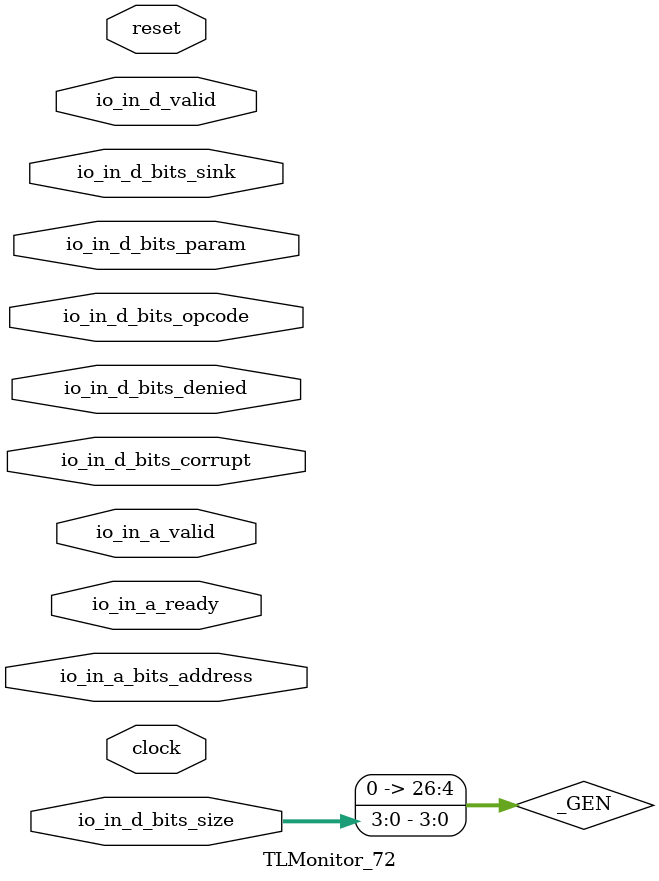
<source format=sv>
`ifndef RANDOMIZE
  `ifdef RANDOMIZE_REG_INIT
    `define RANDOMIZE
  `endif // RANDOMIZE_REG_INIT
`endif // not def RANDOMIZE
`ifndef RANDOMIZE
  `ifdef RANDOMIZE_MEM_INIT
    `define RANDOMIZE
  `endif // RANDOMIZE_MEM_INIT
`endif // not def RANDOMIZE

`ifndef RANDOM
  `define RANDOM $random
`endif // not def RANDOM

// Users can define 'PRINTF_COND' to add an extra gate to prints.
`ifndef PRINTF_COND_
  `ifdef PRINTF_COND
    `define PRINTF_COND_ (`PRINTF_COND)
  `else  // PRINTF_COND
    `define PRINTF_COND_ 1
  `endif // PRINTF_COND
`endif // not def PRINTF_COND_

// Users can define 'ASSERT_VERBOSE_COND' to add an extra gate to assert error printing.
`ifndef ASSERT_VERBOSE_COND_
  `ifdef ASSERT_VERBOSE_COND
    `define ASSERT_VERBOSE_COND_ (`ASSERT_VERBOSE_COND)
  `else  // ASSERT_VERBOSE_COND
    `define ASSERT_VERBOSE_COND_ 1
  `endif // ASSERT_VERBOSE_COND
`endif // not def ASSERT_VERBOSE_COND_

// Users can define 'STOP_COND' to add an extra gate to stop conditions.
`ifndef STOP_COND_
  `ifdef STOP_COND
    `define STOP_COND_ (`STOP_COND)
  `else  // STOP_COND
    `define STOP_COND_ 1
  `endif // STOP_COND
`endif // not def STOP_COND_

// Users can define INIT_RANDOM as general code that gets injected into the
// initializer block for modules with registers.
`ifndef INIT_RANDOM
  `define INIT_RANDOM
`endif // not def INIT_RANDOM

// If using random initialization, you can also define RANDOMIZE_DELAY to
// customize the delay used, otherwise 0.002 is used.
`ifndef RANDOMIZE_DELAY
  `define RANDOMIZE_DELAY 0.002
`endif // not def RANDOMIZE_DELAY

// Define INIT_RANDOM_PROLOG_ for use in our modules below.
`ifndef INIT_RANDOM_PROLOG_
  `ifdef RANDOMIZE
    `ifdef VERILATOR
      `define INIT_RANDOM_PROLOG_ `INIT_RANDOM
    `else  // VERILATOR
      `define INIT_RANDOM_PROLOG_ `INIT_RANDOM #`RANDOMIZE_DELAY begin end
    `endif // VERILATOR
  `else  // RANDOMIZE
    `define INIT_RANDOM_PROLOG_
  `endif // RANDOMIZE
`endif // not def INIT_RANDOM_PROLOG_

module TLMonitor_72(
  input        clock,
               reset,
               io_in_a_ready,
               io_in_a_valid,
  input [34:0] io_in_a_bits_address,
  input        io_in_d_valid,
  input [2:0]  io_in_d_bits_opcode,
  input [1:0]  io_in_d_bits_param,
  input [3:0]  io_in_d_bits_size,
  input [4:0]  io_in_d_bits_sink,
  input        io_in_d_bits_denied,
               io_in_d_bits_corrupt
);

  wire [31:0] _plusarg_reader_1_out;	// @[PlusArg.scala:80:11]
  wire [31:0] _plusarg_reader_out;	// @[PlusArg.scala:80:11]
  wire        a_set = io_in_a_ready & io_in_a_valid;	// @[Decoupled.scala:51:35]
  reg  [8:0]  d_first_counter;	// @[Edges.scala:228:27]
  reg  [2:0]  opcode_1;	// @[Monitor.scala:535:22]
  reg  [1:0]  param_1;	// @[Monitor.scala:536:22]
  reg  [3:0]  size_1;	// @[Monitor.scala:537:22]
  reg         source_1;	// @[Monitor.scala:538:22]
  reg  [4:0]  sink;	// @[Monitor.scala:539:22]
  reg         denied;	// @[Monitor.scala:540:22]
  reg         inflight;	// @[Monitor.scala:611:27]
  reg  [3:0]  inflight_opcodes;	// @[Monitor.scala:613:35]
  reg  [7:0]  inflight_sizes;	// @[Monitor.scala:615:33]
  reg  [8:0]  d_first_counter_1;	// @[Edges.scala:228:27]
  wire        d_first_1 = d_first_counter_1 == 9'h0;	// @[Edges.scala:228:27, :230:25]
  wire        d_release_ack = io_in_d_bits_opcode == 3'h6;	// @[Monitor.scala:81:25, :670:46]
  reg  [31:0] watchdog;	// @[Monitor.scala:706:27]
  reg  [8:0]  d_first_counter_2;	// @[Edges.scala:228:27]
  wire        d_first_2 = d_first_counter_2 == 9'h0;	// @[Edges.scala:228:27, :230:25]
  wire [26:0] _GEN = {23'h0, io_in_d_bits_size};	// @[package.scala:235:71]
  wire [26:0] _d_first_beats1_decode_T_1 = 27'hFFF << _GEN;	// @[package.scala:235:71]
  wire [26:0] _d_first_beats1_decode_T_5 = 27'hFFF << _GEN;	// @[package.scala:235:71]
  wire [26:0] _d_first_beats1_decode_T_9 = 27'hFFF << _GEN;	// @[package.scala:235:71]
  wire        d_clr = io_in_d_valid & d_first_1 & ~d_release_ack;	// @[Edges.scala:230:25, Monitor.scala:670:46, :671:74, :675:72]
  wire        _T_1373 = io_in_d_valid & ~(|d_first_counter);	// @[Edges.scala:228:27, :230:25, Monitor.scala:549:20]
  always @(posedge clock) begin
    if (reset) begin
      d_first_counter <= 9'h0;	// @[Edges.scala:228:27]
      inflight <= 1'h0;	// @[Monitor.scala:611:27]
      inflight_opcodes <= 4'h0;	// @[Misc.scala:205:21, Monitor.scala:613:35, :657:77]
      inflight_sizes <= 8'h0;	// @[Monitor.scala:615:33, :745:35]
      d_first_counter_1 <= 9'h0;	// @[Edges.scala:228:27]
      watchdog <= 32'h0;	// @[Monitor.scala:706:27]
      d_first_counter_2 <= 9'h0;	// @[Edges.scala:228:27]
    end
    else begin
      if (io_in_d_valid) begin
        if (|d_first_counter)	// @[Edges.scala:228:27, :230:25]
          d_first_counter <= d_first_counter - 9'h1;	// @[Edges.scala:228:27, :229:28]
        else if (io_in_d_bits_opcode[0])	// @[Edges.scala:105:36]
          d_first_counter <= ~(_d_first_beats1_decode_T_1[11:3]);	// @[Edges.scala:228:27, package.scala:235:{46,71,76}]
        else	// @[Edges.scala:105:36]
          d_first_counter <= 9'h0;	// @[Edges.scala:228:27]
        if (d_first_1) begin	// @[Edges.scala:230:25]
          if (io_in_d_bits_opcode[0])	// @[Edges.scala:105:36]
            d_first_counter_1 <= ~(_d_first_beats1_decode_T_5[11:3]);	// @[Edges.scala:228:27, package.scala:235:{46,71,76}]
          else	// @[Edges.scala:105:36]
            d_first_counter_1 <= 9'h0;	// @[Edges.scala:228:27]
        end
        else	// @[Edges.scala:230:25]
          d_first_counter_1 <= d_first_counter_1 - 9'h1;	// @[Edges.scala:228:27, :229:28]
        if (d_first_2) begin	// @[Edges.scala:230:25]
          if (io_in_d_bits_opcode[0])	// @[Edges.scala:105:36]
            d_first_counter_2 <= ~(_d_first_beats1_decode_T_9[11:3]);	// @[Edges.scala:228:27, package.scala:235:{46,71,76}]
          else	// @[Edges.scala:105:36]
            d_first_counter_2 <= 9'h0;	// @[Edges.scala:228:27]
        end
        else	// @[Edges.scala:230:25]
          d_first_counter_2 <= d_first_counter_2 - 9'h1;	// @[Edges.scala:228:27, :229:28]
      end
      inflight <= (inflight | a_set) & ~d_clr;	// @[Decoupled.scala:51:35, Monitor.scala:611:27, :675:72, :702:{27,36,38}]
      inflight_opcodes <= (inflight_opcodes | (a_set ? 4'h9 : 4'h0)) & ~{4{d_clr}};	// @[Decoupled.scala:51:35, Misc.scala:205:21, Monitor.scala:613:35, :627:33, :652:72, :654:61, :656:28, :657:77, :665:33, :675:{72,91}, :677:21, :703:{43,60,62}]
      inflight_sizes <= (inflight_sizes | (a_set ? {3'h0, a_set ? 5'hD : 5'h0} : 8'h0)) & ~{8{d_clr}};	// @[Bundles.scala:262:74, Decoupled.scala:51:35, Monitor.scala:615:33, :629:31, :645:38, :652:72, :655:{28,59}, :657:28, :667:31, :675:{72,91}, :678:21, :704:{39,54,56}, :745:35]
      if (a_set | io_in_d_valid)	// @[Decoupled.scala:51:35, Monitor.scala:712:27]
        watchdog <= 32'h0;	// @[Monitor.scala:706:27]
      else	// @[Monitor.scala:712:27]
        watchdog <= watchdog + 32'h1;	// @[Monitor.scala:706:27, :711:26]
    end
    if (_T_1373) begin	// @[Monitor.scala:549:20]
      opcode_1 <= io_in_d_bits_opcode;	// @[Monitor.scala:535:22]
      param_1 <= io_in_d_bits_param;	// @[Monitor.scala:536:22]
      size_1 <= io_in_d_bits_size;	// @[Monitor.scala:537:22]
      sink <= io_in_d_bits_sink;	// @[Monitor.scala:539:22]
      denied <= io_in_d_bits_denied;	// @[Monitor.scala:540:22]
    end
    source_1 <= ~_T_1373 & source_1;	// @[Monitor.scala:538:22, :549:{20,32}, :553:15]
  end // always @(posedge)
  `ifndef SYNTHESIS
    wire  [7:0][2:0] _GEN_0 = '{3'h4, 3'h5, 3'h2, 3'h1, 3'h1, 3'h1, 3'h0, 3'h0};	// @[Monitor.scala:690:38]
    wire  [7:0][2:0] _GEN_1 = '{3'h4, 3'h4, 3'h2, 3'h1, 3'h1, 3'h1, 3'h0, 3'h0};	// @[Monitor.scala:689:38]
    wire             _GEN_2 = io_in_d_valid & io_in_d_bits_opcode == 3'h6;	// @[Monitor.scala:81:25, :310:{25,52}]
    wire             _GEN_3 = io_in_d_bits_size < 4'h3;	// @[Monitor.scala:312:27]
    wire             _GEN_4 = io_in_d_valid & io_in_d_bits_opcode == 3'h4;	// @[Monitor.scala:318:{25,47}]
    wire             _GEN_5 = io_in_d_bits_param == 2'h2;	// @[Bundles.scala:111:27, Monitor.scala:323:28]
    wire             _GEN_6 = io_in_d_valid & io_in_d_bits_opcode == 3'h5;	// @[Monitor.scala:146:25, :328:{25,51}]
    wire             _GEN_7 = io_in_d_valid & io_in_d_bits_opcode == 3'h0;	// @[Monitor.scala:338:{25,51}]
    wire             _GEN_8 = io_in_d_valid & io_in_d_bits_opcode == 3'h1;	// @[Monitor.scala:346:{25,55}, :686:39]
    wire             _GEN_9 = io_in_d_valid & io_in_d_bits_opcode == 3'h2;	// @[Monitor.scala:354:{25,49}, :640:42]
    wire             _T_1347 = io_in_d_valid & (|d_first_counter);	// @[Edges.scala:228:27, :230:25, Monitor.scala:541:19]
    wire             _T_1426 = io_in_d_valid & d_first_1;	// @[Edges.scala:230:25, Monitor.scala:671:26]
    wire             _T_1397 = _T_1426 & ~d_release_ack;	// @[Monitor.scala:670:46, :671:{26,74}, :680:71]
    wire             _GEN_10 = _T_1397 & io_in_a_valid;	// @[Monitor.scala:680:71, :684:30]
    wire             _GEN_11 = _T_1397 & ~io_in_a_valid;	// @[Monitor.scala:680:71, :684:30]
    wire             _T_1483 = io_in_d_valid & d_first_2 & d_release_ack;	// @[Edges.scala:230:25, Monitor.scala:670:46, :791:71]
    always @(posedge clock) begin	// @[Monitor.scala:42:11]
      if (io_in_a_valid & ~reset & ~(io_in_a_bits_address[34:12] == 23'h3 | {io_in_a_bits_address[34:15], io_in_a_bits_address[13:12]} == 22'h0 | io_in_a_bits_address[34:16] == 19'h1 | io_in_a_bits_address[34:16] == 19'h2 | {io_in_a_bits_address[34:17] ^ 18'h8, io_in_a_bits_address[15:12]} == 22'h0 | io_in_a_bits_address[34:16] == 19'h200 | io_in_a_bits_address[34:12] == 23'h2010 | io_in_a_bits_address[34:16] == 19'h800 | io_in_a_bits_address[34:26] == 9'h3 | io_in_a_bits_address[34:12] == 23'h10020 | io_in_a_bits_address[34:31] == 4'h1 | io_in_a_bits_address[34:32] == 3'h1 | io_in_a_bits_address[34:33] == 2'h1 | io_in_a_bits_address[34:31] == 4'h8)) begin	// @[Monitor.scala:42:11, :686:39, Parameters.scala:137:{31,45,65}, :672:30]
        if (`ASSERT_VERBOSE_COND_)	// @[Monitor.scala:42:11]
          $error("Assertion failed: 'A' channel carries Get type which slave claims it can't support (connected at Frontend.scala:386:21)\n    at Monitor.scala:42 assert(cond, message)\n");	// @[Monitor.scala:42:11]
        if (`STOP_COND_)	// @[Monitor.scala:42:11]
          $fatal;	// @[Monitor.scala:42:11]
      end
      if (io_in_a_valid & ~reset & (|(io_in_a_bits_address[5:0]))) begin	// @[Edges.scala:20:{16,24}, Monitor.scala:42:11]
        if (`ASSERT_VERBOSE_COND_)	// @[Monitor.scala:42:11]
          $error("Assertion failed: 'A' channel Get address not aligned to size (connected at Frontend.scala:386:21)\n    at Monitor.scala:42 assert(cond, message)\n");	// @[Monitor.scala:42:11]
        if (`STOP_COND_)	// @[Monitor.scala:42:11]
          $fatal;	// @[Monitor.scala:42:11]
      end
      if (io_in_d_valid & ~reset & (&io_in_d_bits_opcode)) begin	// @[Bundles.scala:45:24, Monitor.scala:49:11]
        if (`ASSERT_VERBOSE_COND_)	// @[Monitor.scala:49:11]
          $error("Assertion failed: 'D' channel has invalid opcode (connected at Frontend.scala:386:21)\n    at Monitor.scala:49 assert(cond, message)\n");	// @[Monitor.scala:49:11]
        if (`STOP_COND_)	// @[Monitor.scala:49:11]
          $fatal;	// @[Monitor.scala:49:11]
      end
      if (_GEN_2 & ~reset & _GEN_3) begin	// @[Monitor.scala:49:11, :310:52, :312:27]
        if (`ASSERT_VERBOSE_COND_)	// @[Monitor.scala:49:11]
          $error("Assertion failed: 'D' channel ReleaseAck smaller than a beat (connected at Frontend.scala:386:21)\n    at Monitor.scala:49 assert(cond, message)\n");	// @[Monitor.scala:49:11]
        if (`STOP_COND_)	// @[Monitor.scala:49:11]
          $fatal;	// @[Monitor.scala:49:11]
      end
      if (_GEN_2 & ~reset & (|io_in_d_bits_param)) begin	// @[Monitor.scala:49:11, :310:52, :313:28]
        if (`ASSERT_VERBOSE_COND_)	// @[Monitor.scala:49:11]
          $error("Assertion failed: 'D' channel ReleaseeAck carries invalid param (connected at Frontend.scala:386:21)\n    at Monitor.scala:49 assert(cond, message)\n");	// @[Monitor.scala:49:11]
        if (`STOP_COND_)	// @[Monitor.scala:49:11]
          $fatal;	// @[Monitor.scala:49:11]
      end
      if (_GEN_2 & ~reset & io_in_d_bits_corrupt) begin	// @[Monitor.scala:49:11, :310:52]
        if (`ASSERT_VERBOSE_COND_)	// @[Monitor.scala:49:11]
          $error("Assertion failed: 'D' channel ReleaseAck is corrupt (connected at Frontend.scala:386:21)\n    at Monitor.scala:49 assert(cond, message)\n");	// @[Monitor.scala:49:11]
        if (`STOP_COND_)	// @[Monitor.scala:49:11]
          $fatal;	// @[Monitor.scala:49:11]
      end
      if (_GEN_2 & ~reset & io_in_d_bits_denied) begin	// @[Monitor.scala:49:11, :310:52]
        if (`ASSERT_VERBOSE_COND_)	// @[Monitor.scala:49:11]
          $error("Assertion failed: 'D' channel ReleaseAck is denied (connected at Frontend.scala:386:21)\n    at Monitor.scala:49 assert(cond, message)\n");	// @[Monitor.scala:49:11]
        if (`STOP_COND_)	// @[Monitor.scala:49:11]
          $fatal;	// @[Monitor.scala:49:11]
      end
      if (_GEN_4 & ~reset & _GEN_3) begin	// @[Monitor.scala:49:11, :312:27, :318:47]
        if (`ASSERT_VERBOSE_COND_)	// @[Monitor.scala:49:11]
          $error("Assertion failed: 'D' channel Grant smaller than a beat (connected at Frontend.scala:386:21)\n    at Monitor.scala:49 assert(cond, message)\n");	// @[Monitor.scala:49:11]
        if (`STOP_COND_)	// @[Monitor.scala:49:11]
          $fatal;	// @[Monitor.scala:49:11]
      end
      if (_GEN_4 & ~reset & (&io_in_d_bits_param)) begin	// @[Bundles.scala:105:26, Monitor.scala:49:11, :318:47]
        if (`ASSERT_VERBOSE_COND_)	// @[Monitor.scala:49:11]
          $error("Assertion failed: 'D' channel Grant carries invalid cap param (connected at Frontend.scala:386:21)\n    at Monitor.scala:49 assert(cond, message)\n");	// @[Monitor.scala:49:11]
        if (`STOP_COND_)	// @[Monitor.scala:49:11]
          $fatal;	// @[Monitor.scala:49:11]
      end
      if (_GEN_4 & ~reset & _GEN_5) begin	// @[Monitor.scala:49:11, :318:47, :323:28]
        if (`ASSERT_VERBOSE_COND_)	// @[Monitor.scala:49:11]
          $error("Assertion failed: 'D' channel Grant carries toN param (connected at Frontend.scala:386:21)\n    at Monitor.scala:49 assert(cond, message)\n");	// @[Monitor.scala:49:11]
        if (`STOP_COND_)	// @[Monitor.scala:49:11]
          $fatal;	// @[Monitor.scala:49:11]
      end
      if (_GEN_4 & ~reset & io_in_d_bits_corrupt) begin	// @[Monitor.scala:49:11, :318:47]
        if (`ASSERT_VERBOSE_COND_)	// @[Monitor.scala:49:11]
          $error("Assertion failed: 'D' channel Grant is corrupt (connected at Frontend.scala:386:21)\n    at Monitor.scala:49 assert(cond, message)\n");	// @[Monitor.scala:49:11]
        if (`STOP_COND_)	// @[Monitor.scala:49:11]
          $fatal;	// @[Monitor.scala:49:11]
      end
      if (_GEN_6 & ~reset & _GEN_3) begin	// @[Monitor.scala:49:11, :312:27, :328:51]
        if (`ASSERT_VERBOSE_COND_)	// @[Monitor.scala:49:11]
          $error("Assertion failed: 'D' channel GrantData smaller than a beat (connected at Frontend.scala:386:21)\n    at Monitor.scala:49 assert(cond, message)\n");	// @[Monitor.scala:49:11]
        if (`STOP_COND_)	// @[Monitor.scala:49:11]
          $fatal;	// @[Monitor.scala:49:11]
      end
      if (_GEN_6 & ~reset & (&io_in_d_bits_param)) begin	// @[Bundles.scala:105:26, Monitor.scala:49:11, :328:51]
        if (`ASSERT_VERBOSE_COND_)	// @[Monitor.scala:49:11]
          $error("Assertion failed: 'D' channel GrantData carries invalid cap param (connected at Frontend.scala:386:21)\n    at Monitor.scala:49 assert(cond, message)\n");	// @[Monitor.scala:49:11]
        if (`STOP_COND_)	// @[Monitor.scala:49:11]
          $fatal;	// @[Monitor.scala:49:11]
      end
      if (_GEN_6 & ~reset & _GEN_5) begin	// @[Monitor.scala:49:11, :323:28, :328:51]
        if (`ASSERT_VERBOSE_COND_)	// @[Monitor.scala:49:11]
          $error("Assertion failed: 'D' channel GrantData carries toN param (connected at Frontend.scala:386:21)\n    at Monitor.scala:49 assert(cond, message)\n");	// @[Monitor.scala:49:11]
        if (`STOP_COND_)	// @[Monitor.scala:49:11]
          $fatal;	// @[Monitor.scala:49:11]
      end
      if (_GEN_6 & ~reset & ~(~io_in_d_bits_denied | io_in_d_bits_corrupt)) begin	// @[Monitor.scala:49:11, :328:51, :334:{15,30}]
        if (`ASSERT_VERBOSE_COND_)	// @[Monitor.scala:49:11]
          $error("Assertion failed: 'D' channel GrantData is denied but not corrupt (connected at Frontend.scala:386:21)\n    at Monitor.scala:49 assert(cond, message)\n");	// @[Monitor.scala:49:11]
        if (`STOP_COND_)	// @[Monitor.scala:49:11]
          $fatal;	// @[Monitor.scala:49:11]
      end
      if (_GEN_7 & ~reset & (|io_in_d_bits_param)) begin	// @[Monitor.scala:49:11, :338:51, :341:28]
        if (`ASSERT_VERBOSE_COND_)	// @[Monitor.scala:49:11]
          $error("Assertion failed: 'D' channel AccessAck carries invalid param (connected at Frontend.scala:386:21)\n    at Monitor.scala:49 assert(cond, message)\n");	// @[Monitor.scala:49:11]
        if (`STOP_COND_)	// @[Monitor.scala:49:11]
          $fatal;	// @[Monitor.scala:49:11]
      end
      if (_GEN_7 & ~reset & io_in_d_bits_corrupt) begin	// @[Monitor.scala:49:11, :338:51]
        if (`ASSERT_VERBOSE_COND_)	// @[Monitor.scala:49:11]
          $error("Assertion failed: 'D' channel AccessAck is corrupt (connected at Frontend.scala:386:21)\n    at Monitor.scala:49 assert(cond, message)\n");	// @[Monitor.scala:49:11]
        if (`STOP_COND_)	// @[Monitor.scala:49:11]
          $fatal;	// @[Monitor.scala:49:11]
      end
      if (_GEN_8 & ~reset & (|io_in_d_bits_param)) begin	// @[Monitor.scala:49:11, :346:55, :349:28]
        if (`ASSERT_VERBOSE_COND_)	// @[Monitor.scala:49:11]
          $error("Assertion failed: 'D' channel AccessAckData carries invalid param (connected at Frontend.scala:386:21)\n    at Monitor.scala:49 assert(cond, message)\n");	// @[Monitor.scala:49:11]
        if (`STOP_COND_)	// @[Monitor.scala:49:11]
          $fatal;	// @[Monitor.scala:49:11]
      end
      if (_GEN_8 & ~reset & ~(~io_in_d_bits_denied | io_in_d_bits_corrupt)) begin	// @[Monitor.scala:49:11, :346:55, :350:{15,30}]
        if (`ASSERT_VERBOSE_COND_)	// @[Monitor.scala:49:11]
          $error("Assertion failed: 'D' channel AccessAckData is denied but not corrupt (connected at Frontend.scala:386:21)\n    at Monitor.scala:49 assert(cond, message)\n");	// @[Monitor.scala:49:11]
        if (`STOP_COND_)	// @[Monitor.scala:49:11]
          $fatal;	// @[Monitor.scala:49:11]
      end
      if (_GEN_9 & ~reset & (|io_in_d_bits_param)) begin	// @[Monitor.scala:49:11, :354:49, :357:28]
        if (`ASSERT_VERBOSE_COND_)	// @[Monitor.scala:49:11]
          $error("Assertion failed: 'D' channel HintAck carries invalid param (connected at Frontend.scala:386:21)\n    at Monitor.scala:49 assert(cond, message)\n");	// @[Monitor.scala:49:11]
        if (`STOP_COND_)	// @[Monitor.scala:49:11]
          $fatal;	// @[Monitor.scala:49:11]
      end
      if (_GEN_9 & ~reset & io_in_d_bits_corrupt) begin	// @[Monitor.scala:49:11, :354:49]
        if (`ASSERT_VERBOSE_COND_)	// @[Monitor.scala:49:11]
          $error("Assertion failed: 'D' channel HintAck is corrupt (connected at Frontend.scala:386:21)\n    at Monitor.scala:49 assert(cond, message)\n");	// @[Monitor.scala:49:11]
        if (`STOP_COND_)	// @[Monitor.scala:49:11]
          $fatal;	// @[Monitor.scala:49:11]
      end
      if (_T_1347 & ~reset & io_in_d_bits_opcode != opcode_1) begin	// @[Monitor.scala:49:11, :535:22, :541:19, :542:29]
        if (`ASSERT_VERBOSE_COND_)	// @[Monitor.scala:49:11]
          $error("Assertion failed: 'D' channel opcode changed within multibeat operation (connected at Frontend.scala:386:21)\n    at Monitor.scala:49 assert(cond, message)\n");	// @[Monitor.scala:49:11]
        if (`STOP_COND_)	// @[Monitor.scala:49:11]
          $fatal;	// @[Monitor.scala:49:11]
      end
      if (_T_1347 & ~reset & io_in_d_bits_param != param_1) begin	// @[Monitor.scala:49:11, :536:22, :541:19, :543:29]
        if (`ASSERT_VERBOSE_COND_)	// @[Monitor.scala:49:11]
          $error("Assertion failed: 'D' channel param changed within multibeat operation (connected at Frontend.scala:386:21)\n    at Monitor.scala:49 assert(cond, message)\n");	// @[Monitor.scala:49:11]
        if (`STOP_COND_)	// @[Monitor.scala:49:11]
          $fatal;	// @[Monitor.scala:49:11]
      end
      if (_T_1347 & ~reset & io_in_d_bits_size != size_1) begin	// @[Monitor.scala:49:11, :537:22, :541:19, :544:29]
        if (`ASSERT_VERBOSE_COND_)	// @[Monitor.scala:49:11]
          $error("Assertion failed: 'D' channel size changed within multibeat operation (connected at Frontend.scala:386:21)\n    at Monitor.scala:49 assert(cond, message)\n");	// @[Monitor.scala:49:11]
        if (`STOP_COND_)	// @[Monitor.scala:49:11]
          $fatal;	// @[Monitor.scala:49:11]
      end
      if (_T_1347 & ~reset & source_1) begin	// @[Monitor.scala:49:11, :538:22, :541:19]
        if (`ASSERT_VERBOSE_COND_)	// @[Monitor.scala:49:11]
          $error("Assertion failed: 'D' channel source changed within multibeat operation (connected at Frontend.scala:386:21)\n    at Monitor.scala:49 assert(cond, message)\n");	// @[Monitor.scala:49:11]
        if (`STOP_COND_)	// @[Monitor.scala:49:11]
          $fatal;	// @[Monitor.scala:49:11]
      end
      if (_T_1347 & ~reset & io_in_d_bits_sink != sink) begin	// @[Monitor.scala:49:11, :539:22, :541:19, :546:29]
        if (`ASSERT_VERBOSE_COND_)	// @[Monitor.scala:49:11]
          $error("Assertion failed: 'D' channel sink changed with multibeat operation (connected at Frontend.scala:386:21)\n    at Monitor.scala:49 assert(cond, message)\n");	// @[Monitor.scala:49:11]
        if (`STOP_COND_)	// @[Monitor.scala:49:11]
          $fatal;	// @[Monitor.scala:49:11]
      end
      if (_T_1347 & ~reset & io_in_d_bits_denied != denied) begin	// @[Monitor.scala:49:11, :540:22, :541:19, :547:29]
        if (`ASSERT_VERBOSE_COND_)	// @[Monitor.scala:49:11]
          $error("Assertion failed: 'D' channel denied changed with multibeat operation (connected at Frontend.scala:386:21)\n    at Monitor.scala:49 assert(cond, message)\n");	// @[Monitor.scala:49:11]
        if (`STOP_COND_)	// @[Monitor.scala:49:11]
          $fatal;	// @[Monitor.scala:49:11]
      end
      if (a_set & ~reset & inflight) begin	// @[Decoupled.scala:51:35, Monitor.scala:42:11, :611:27]
        if (`ASSERT_VERBOSE_COND_)	// @[Monitor.scala:42:11]
          $error("Assertion failed: 'A' channel re-used a source ID (connected at Frontend.scala:386:21)\n    at Monitor.scala:42 assert(cond, message)\n");	// @[Monitor.scala:42:11]
        if (`STOP_COND_)	// @[Monitor.scala:42:11]
          $fatal;	// @[Monitor.scala:42:11]
      end
      if (_T_1397 & ~reset & ~(inflight | io_in_a_valid)) begin	// @[Monitor.scala:49:11, :611:27, :680:71, :682:49]
        if (`ASSERT_VERBOSE_COND_)	// @[Monitor.scala:49:11]
          $error("Assertion failed: 'D' channel acknowledged for nothing inflight (connected at Frontend.scala:386:21)\n    at Monitor.scala:49 assert(cond, message)\n");	// @[Monitor.scala:49:11]
        if (`STOP_COND_)	// @[Monitor.scala:49:11]
          $fatal;	// @[Monitor.scala:49:11]
      end
      if (_GEN_10 & ~reset & ~(io_in_d_bits_opcode == 3'h1 | io_in_d_bits_opcode == 3'h1)) begin	// @[Monitor.scala:49:11, :684:30, :685:{38,77}, :686:39]
        if (`ASSERT_VERBOSE_COND_)	// @[Monitor.scala:49:11]
          $error("Assertion failed: 'D' channel contains improper opcode response (connected at Frontend.scala:386:21)\n    at Monitor.scala:49 assert(cond, message)\n");	// @[Monitor.scala:49:11]
        if (`STOP_COND_)	// @[Monitor.scala:49:11]
          $fatal;	// @[Monitor.scala:49:11]
      end
      if (_GEN_10 & ~reset & io_in_d_bits_size != 4'h6) begin	// @[Monitor.scala:49:11, :684:30, :687:36]
        if (`ASSERT_VERBOSE_COND_)	// @[Monitor.scala:49:11]
          $error("Assertion failed: 'D' channel contains improper response size (connected at Frontend.scala:386:21)\n    at Monitor.scala:49 assert(cond, message)\n");	// @[Monitor.scala:49:11]
        if (`STOP_COND_)	// @[Monitor.scala:49:11]
          $fatal;	// @[Monitor.scala:49:11]
      end
      if (_GEN_11 & ~reset & ~(io_in_d_bits_opcode == _GEN_1[inflight_opcodes[3:1]] | io_in_d_bits_opcode == _GEN_0[inflight_opcodes[3:1]])) begin	// @[Monitor.scala:42:11, :49:11, :613:35, :634:152, :684:30, :689:{38,72}, :690:38]
        if (`ASSERT_VERBOSE_COND_)	// @[Monitor.scala:49:11]
          $error("Assertion failed: 'D' channel contains improper opcode response (connected at Frontend.scala:386:21)\n    at Monitor.scala:49 assert(cond, message)\n");	// @[Monitor.scala:49:11]
        if (`STOP_COND_)	// @[Monitor.scala:49:11]
          $fatal;	// @[Monitor.scala:49:11]
      end
      if (_GEN_11 & ~reset & {4'h0, io_in_d_bits_size} != {1'h0, inflight_sizes[7:1]}) begin	// @[Misc.scala:205:21, Monitor.scala:42:11, :49:11, :615:33, :638:{19,144}, :657:77, :684:30, :691:36]
        if (`ASSERT_VERBOSE_COND_)	// @[Monitor.scala:49:11]
          $error("Assertion failed: 'D' channel contains improper response size (connected at Frontend.scala:386:21)\n    at Monitor.scala:49 assert(cond, message)\n");	// @[Monitor.scala:49:11]
        if (`STOP_COND_)	// @[Monitor.scala:49:11]
          $fatal;	// @[Monitor.scala:49:11]
      end
      if (_T_1426 & io_in_a_valid & ~d_release_ack & ~reset & ~io_in_a_ready) begin	// @[Monitor.scala:49:11, :670:46, :671:{26,74}]
        if (`ASSERT_VERBOSE_COND_)	// @[Monitor.scala:49:11]
          $error("Assertion failed: ready check\n    at Monitor.scala:49 assert(cond, message)\n");	// @[Monitor.scala:49:11]
        if (`STOP_COND_)	// @[Monitor.scala:49:11]
          $fatal;	// @[Monitor.scala:49:11]
      end
      if (~reset & ~(io_in_a_valid != (_T_1426 & ~d_release_ack) | ~io_in_a_valid)) begin	// @[Monitor.scala:49:11, :670:46, :671:{26,71,74}, :699:{29,48,51}]
        if (`ASSERT_VERBOSE_COND_)	// @[Monitor.scala:49:11]
          $error("Assertion failed: 'A' and 'D' concurrent, despite minlatency 5 (connected at Frontend.scala:386:21)\n    at Monitor.scala:49 assert(cond, message)\n");	// @[Monitor.scala:49:11]
        if (`STOP_COND_)	// @[Monitor.scala:49:11]
          $fatal;	// @[Monitor.scala:49:11]
      end
      if (~reset & ~(~inflight | _plusarg_reader_out == 32'h0 | watchdog < _plusarg_reader_out)) begin	// @[Monitor.scala:42:11, :611:27, :706:27, :709:{16,39,47,59}, PlusArg.scala:80:11]
        if (`ASSERT_VERBOSE_COND_)	// @[Monitor.scala:42:11]
          $error("Assertion failed: TileLink timeout expired (connected at Frontend.scala:386:21)\n    at Monitor.scala:42 assert(cond, message)\n");	// @[Monitor.scala:42:11]
        if (`STOP_COND_)	// @[Monitor.scala:42:11]
          $fatal;	// @[Monitor.scala:42:11]
      end
      if (_T_1483 & ~reset) begin	// @[Monitor.scala:49:11, :791:71]
        if (`ASSERT_VERBOSE_COND_)	// @[Monitor.scala:49:11]
          $error("Assertion failed: 'D' channel acknowledged for nothing inflight (connected at Frontend.scala:386:21)\n    at Monitor.scala:49 assert(cond, message)\n");	// @[Monitor.scala:49:11]
        if (`STOP_COND_)	// @[Monitor.scala:49:11]
          $fatal;	// @[Monitor.scala:49:11]
      end
      if (_T_1483 & ~reset & (|io_in_d_bits_size)) begin	// @[Monitor.scala:49:11, :791:71, :797:36]
        if (`ASSERT_VERBOSE_COND_)	// @[Monitor.scala:49:11]
          $error("Assertion failed: 'D' channel contains improper response size (connected at Frontend.scala:386:21)\n    at Monitor.scala:49 assert(cond, message)\n");	// @[Monitor.scala:49:11]
        if (`STOP_COND_)	// @[Monitor.scala:49:11]
          $fatal;	// @[Monitor.scala:49:11]
      end
    end // always @(posedge)
    `ifdef FIRRTL_BEFORE_INITIAL
      `FIRRTL_BEFORE_INITIAL
    `endif // FIRRTL_BEFORE_INITIAL
    logic [31:0]     _RANDOM_0;
    logic [31:0]     _RANDOM_1;
    logic [31:0]     _RANDOM_2;
    logic [31:0]     _RANDOM_3;
    logic [31:0]     _RANDOM_4;
    logic [31:0]     _RANDOM_5;
    initial begin
      `ifdef INIT_RANDOM_PROLOG_
        `INIT_RANDOM_PROLOG_
      `endif // INIT_RANDOM_PROLOG_
      `ifdef RANDOMIZE_REG_INIT
        _RANDOM_0 = `RANDOM;
        _RANDOM_1 = `RANDOM;
        _RANDOM_2 = `RANDOM;
        _RANDOM_3 = `RANDOM;
        _RANDOM_4 = `RANDOM;
        _RANDOM_5 = `RANDOM;
        d_first_counter = _RANDOM_1[31:23];	// @[Edges.scala:228:27]
        opcode_1 = _RANDOM_2[2:0];	// @[Monitor.scala:535:22]
        param_1 = _RANDOM_2[4:3];	// @[Monitor.scala:535:22, :536:22]
        size_1 = _RANDOM_2[8:5];	// @[Monitor.scala:535:22, :537:22]
        source_1 = _RANDOM_2[9];	// @[Monitor.scala:535:22, :538:22]
        sink = _RANDOM_2[14:10];	// @[Monitor.scala:535:22, :539:22]
        denied = _RANDOM_2[15];	// @[Monitor.scala:535:22, :540:22]
        inflight = _RANDOM_2[16];	// @[Monitor.scala:535:22, :611:27]
        inflight_opcodes = _RANDOM_2[20:17];	// @[Monitor.scala:535:22, :613:35]
        inflight_sizes = _RANDOM_2[28:21];	// @[Monitor.scala:535:22, :615:33]
        d_first_counter_1 = _RANDOM_3[14:6];	// @[Edges.scala:228:27]
        watchdog = {_RANDOM_3[31:15], _RANDOM_4[14:0]};	// @[Edges.scala:228:27, Monitor.scala:706:27]
        d_first_counter_2 = _RANDOM_5[13:5];	// @[Edges.scala:228:27]
      `endif // RANDOMIZE_REG_INIT
    end // initial
    `ifdef FIRRTL_AFTER_INITIAL
      `FIRRTL_AFTER_INITIAL
    `endif // FIRRTL_AFTER_INITIAL
  `endif // not def SYNTHESIS
  plusarg_reader #(
    .FORMAT("tilelink_timeout=%d"),
    .DEFAULT(0),
    .WIDTH(32)
  ) plusarg_reader (	// @[PlusArg.scala:80:11]
    .out (_plusarg_reader_out)
  );
  plusarg_reader #(
    .FORMAT("tilelink_timeout=%d"),
    .DEFAULT(0),
    .WIDTH(32)
  ) plusarg_reader_1 (	// @[PlusArg.scala:80:11]
    .out (_plusarg_reader_1_out)
  );
endmodule


</source>
